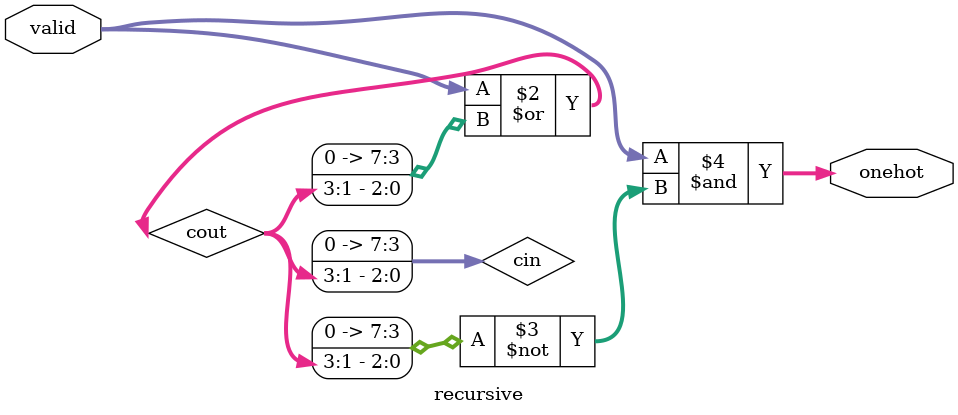
<source format=v>
module recursive  ( valid, onehot );

input  [7:0] valid;
output [7:0] onehot;

wire [7:0] cout, cin;

assign cin = {1'b0, cout[WIDTH-1:1]} ;
assign cout   = valid |  cin;
assign onehot = valid & ~cin;

endmodule

</source>
